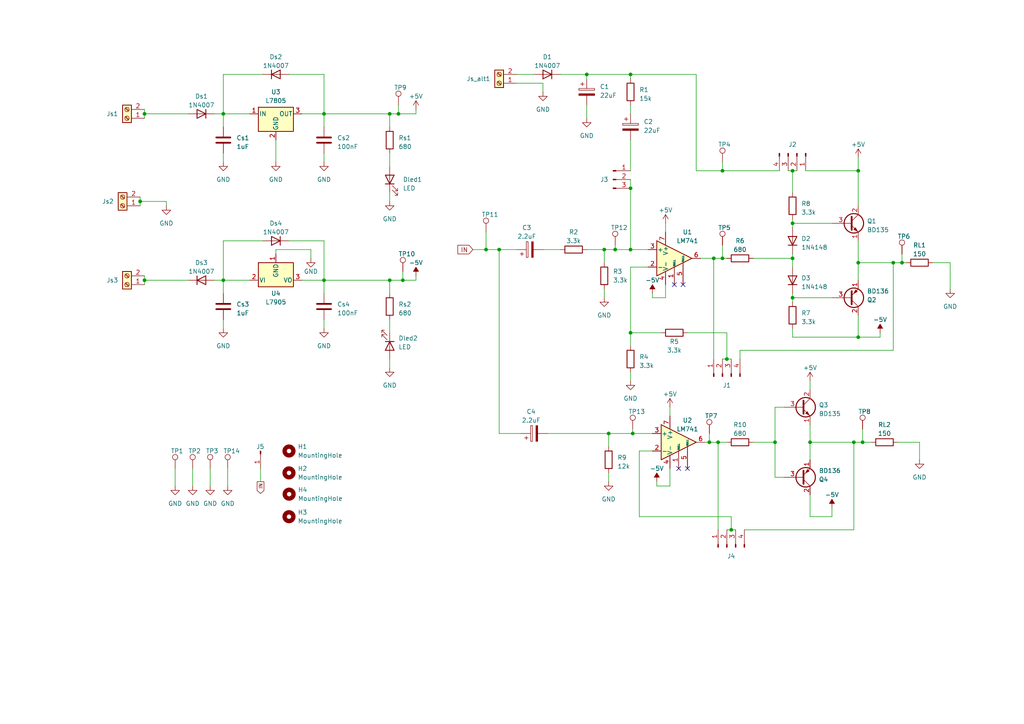
<source format=kicad_sch>
(kicad_sch (version 20230121) (generator eeschema)
  (paper "A4")
  (lib_symbols
    (symbol "Amplifier_Operational:LM741" (pin_names (offset 0.127))
      (property "Reference" "U" (at 0 6.35 0))
      (property "Value" "LM741" (at 0 3.81 0))
      (symbol "LM741_0_1"
        (polyline (pts (xy -5.08 5.08) (xy 5.08 0) (xy -5.08 -5.08) (xy -5.08 5.08)) (stroke (width 0.254)) (fill (type background)))
      )
      (symbol "LM741_1_1"
        (pin input line (at 0 -7.62 90) (length 5.08) (name "NULL") (number "1"))
        (pin input line (at -7.62 -2.54 0) (length 2.54) (name "-") (number "2"))
        (pin input line (at -7.62 2.54 0) (length 2.54) (name "+") (number "3"))
        (pin power_in line (at -2.54 -7.62 90) (length 3.81) (name "V-") (number "4"))
        (pin input line (at 2.54 -7.62 90) (length 6.35) (name "NULL") (number "5"))
        (pin output line (at 7.62 0 180) (length 2.54) (name "~") (number "6"))
        (pin power_in line (at -2.54 7.62 270) (length 3.81) (name "V+") (number "7"))
        (pin no_connect line (at 0 2.54 270) (length 2.54) hide (name "NC") (number "8"))
      )
    )
    (symbol "Connector:Conn_01x01_Male" (pin_names (offset 1.016) hide)
      (property "Reference" "J" (at 0 2.54 0))
      (property "Value" "Conn_01x01_Male" (at 0 -2.54 0))
      (symbol "Conn_01x01_Male_1_1"
        (polyline (pts (xy 1.27 0) (xy 0.8636 0)) (stroke (width 0.1524)))
        (rectangle (start 0.8636 0.127) (end 0 -0.127) (stroke (width 0.1524)) (fill (type outline)))
        (pin passive line (at 5.08 0 180) (length 3.81) (name "Pin_1") (number "1"))
      )
    )
    (symbol "Connector:Conn_01x03_Pin" (pin_names (offset 1.016) hide)
      (property "Reference" "J" (at 0 5.08 0))
      (property "Value" "Conn_01x03_Pin" (at 0 -5.08 0))
      (symbol "Conn_01x03_Pin_1_1"
        (polyline (pts (xy 1.27 -2.54) (xy 0.8636 -2.54)) (stroke (width 0.1524)))
        (polyline (pts (xy 1.27 0) (xy 0.8636 0)) (stroke (width 0.1524)))
        (polyline (pts (xy 1.27 2.54) (xy 0.8636 2.54)) (stroke (width 0.1524)))
        (rectangle (start 0.8636 -2.413) (end 0 -2.667) (stroke (width 0.1524)) (fill (type outline)))
        (rectangle (start 0.8636 0.127) (end 0 -0.127) (stroke (width 0.1524)) (fill (type outline)))
        (rectangle (start 0.8636 2.667) (end 0 2.413) (stroke (width 0.1524)) (fill (type outline)))
        (pin passive line (at 5.08 2.54 180) (length 3.81) (name "Pin_1") (number "1"))
        (pin passive line (at 5.08 0 180) (length 3.81) (name "Pin_2") (number "2"))
        (pin passive line (at 5.08 -2.54 180) (length 3.81) (name "Pin_3") (number "3"))
      )
    )
    (symbol "Connector:Conn_01x04_Pin" (pin_names (offset 1.016) hide)
      (property "Reference" "J" (at 0 5.08 0))
      (property "Value" "Conn_01x04_Pin" (at 0 -7.62 0))
      (symbol "Conn_01x04_Pin_1_1"
        (polyline (pts (xy 1.27 -5.08) (xy 0.8636 -5.08)) (stroke (width 0.1524)))
        (polyline (pts (xy 1.27 -2.54) (xy 0.8636 -2.54)) (stroke (width 0.1524)))
        (polyline (pts (xy 1.27 0) (xy 0.8636 0)) (stroke (width 0.1524)))
        (polyline (pts (xy 1.27 2.54) (xy 0.8636 2.54)) (stroke (width 0.1524)))
        (rectangle (start 0.8636 -4.953) (end 0 -5.207) (stroke (width 0.1524)) (fill (type outline)))
        (rectangle (start 0.8636 -2.413) (end 0 -2.667) (stroke (width 0.1524)) (fill (type outline)))
        (rectangle (start 0.8636 0.127) (end 0 -0.127) (stroke (width 0.1524)) (fill (type outline)))
        (rectangle (start 0.8636 2.667) (end 0 2.413) (stroke (width 0.1524)) (fill (type outline)))
        (pin passive line (at 5.08 2.54 180) (length 3.81) (name "Pin_1") (number "1"))
        (pin passive line (at 5.08 0 180) (length 3.81) (name "Pin_2") (number "2"))
        (pin passive line (at 5.08 -2.54 180) (length 3.81) (name "Pin_3") (number "3"))
        (pin passive line (at 5.08 -5.08 180) (length 3.81) (name "Pin_4") (number "4"))
      )
    )
    (symbol "Connector:Screw_Terminal_01x02" (pin_names (offset 1.016) hide)
      (property "Reference" "J" (at 0 2.54 0))
      (property "Value" "Screw_Terminal_01x02" (at 0 -5.08 0))
      (symbol "Screw_Terminal_01x02_1_1"
        (rectangle (start -1.27 1.27) (end 1.27 -3.81) (stroke (width 0.254)) (fill (type background)))
        (circle (center 0 -2.54) (radius 0.635) (stroke (width 0.1524)))
        (polyline (pts (xy -0.5334 -2.2098) (xy 0.3302 -3.048)) (stroke (width 0.1524)))
        (polyline (pts (xy -0.5334 0.3302) (xy 0.3302 -0.508)) (stroke (width 0.1524)))
        (polyline (pts (xy -0.3556 -2.032) (xy 0.508 -2.8702)) (stroke (width 0.1524)))
        (polyline (pts (xy -0.3556 0.508) (xy 0.508 -0.3302)) (stroke (width 0.1524)))
        (circle (center 0 0) (radius 0.635) (stroke (width 0.1524)))
        (pin passive line (at -5.08 0 0) (length 3.81) (name "Pin_1") (number "1"))
        (pin passive line (at -5.08 -2.54 0) (length 3.81) (name "Pin_2") (number "2"))
      )
    )
    (symbol "Connector:TestPoint" (pin_numbers hide) (pin_names (offset 0.762) hide)
      (property "Reference" "TP" (at 0 6.858 0))
      (property "Value" "TestPoint" (at 0 5.08 0))
      (symbol "TestPoint_0_1"
        (circle (center 0 3.302) (radius 0.762))
      )
      (symbol "TestPoint_1_1"
        (pin passive line (at 0 0 90) (length 2.54) (name "1") (number "1"))
      )
    )
    (symbol "Device:C" (pin_numbers hide) (pin_names (offset 0.254))
      (property "Reference" "C" (at 0.635 2.54 0))
      (property "Value" "C" (at 0.635 -2.54 0))
      (symbol "C_0_1"
        (polyline (pts (xy -2.032 -0.762) (xy 2.032 -0.762)) (stroke (width 0.508)))
        (polyline (pts (xy -2.032 0.762) (xy 2.032 0.762)) (stroke (width 0.508)))
      )
      (symbol "C_1_1"
        (pin passive line (at 0 3.81 270) (length 2.794) (name "~") (number "1"))
        (pin passive line (at 0 -3.81 90) (length 2.794) (name "~") (number "2"))
      )
    )
    (symbol "Device:C_Polarized" (pin_numbers hide) (pin_names (offset 0.254))
      (property "Reference" "C" (at 0.635 2.54 0))
      (property "Value" "C_Polarized" (at 0.635 -2.54 0))
      (symbol "C_Polarized_0_1"
        (rectangle (start -2.286 0.508) (end 2.286 1.016))
        (polyline (pts (xy -1.778 2.286) (xy -0.762 2.286)))
        (polyline (pts (xy -1.27 2.794) (xy -1.27 1.778)))
        (rectangle (start 2.286 -0.508) (end -2.286 -1.016) (fill (type outline)))
      )
      (symbol "C_Polarized_1_1"
        (pin passive line (at 0 3.81 270) (length 2.794) (name "~") (number "1"))
        (pin passive line (at 0 -3.81 90) (length 2.794) (name "~") (number "2"))
      )
    )
    (symbol "Device:LED" (pin_numbers hide) (pin_names (offset 1.016) hide)
      (property "Reference" "D" (at 0 2.54 0))
      (property "Value" "LED" (at 0 -2.54 0))
      (symbol "LED_0_1"
        (polyline (pts (xy -1.27 -1.27) (xy -1.27 1.27)) (stroke (width 0.254)))
        (polyline (pts (xy -1.27 0) (xy 1.27 0)))
        (polyline (pts (xy 1.27 -1.27) (xy 1.27 1.27) (xy -1.27 0) (xy 1.27 -1.27)) (stroke (width 0.254)))
        (polyline (pts (xy -3.048 -0.762) (xy -4.572 -2.286) (xy -3.81 -2.286) (xy -4.572 -2.286) (xy -4.572 -1.524)))
        (polyline (pts (xy -1.778 -0.762) (xy -3.302 -2.286) (xy -2.54 -2.286) (xy -3.302 -2.286) (xy -3.302 -1.524)))
      )
      (symbol "LED_1_1"
        (pin passive line (at -3.81 0 0) (length 2.54) (name "K") (number "1"))
        (pin passive line (at 3.81 0 180) (length 2.54) (name "A") (number "2"))
      )
    )
    (symbol "Device:R" (pin_numbers hide) (pin_names (offset 0))
      (property "Reference" "R" (at 2.032 0 90))
      (property "Value" "R" (at 0 0 90))
      (symbol "R_0_1"
        (rectangle (start -1.016 -2.54) (end 1.016 2.54) (stroke (width 0.254)))
      )
      (symbol "R_1_1"
        (pin passive line (at 0 3.81 270) (length 1.27) (name "~") (number "1"))
        (pin passive line (at 0 -3.81 90) (length 1.27) (name "~") (number "2"))
      )
    )
    (symbol "Diode:1N4007" (pin_numbers hide) (pin_names hide)
      (property "Reference" "D" (at 0 2.54 0))
      (property "Value" "1N4007" (at 0 -2.54 0))
      (symbol "1N4007_0_1"
        (polyline (pts (xy -1.27 1.27) (xy -1.27 -1.27)) (stroke (width 0.254)))
        (polyline (pts (xy 1.27 0) (xy -1.27 0)))
        (polyline (pts (xy 1.27 1.27) (xy 1.27 -1.27) (xy -1.27 0) (xy 1.27 1.27)) (stroke (width 0.254)))
      )
      (symbol "1N4007_1_1"
        (pin passive line (at -3.81 0 0) (length 2.54) (name "K") (number "1"))
        (pin passive line (at 3.81 0 180) (length 2.54) (name "A") (number "2"))
      )
    )
    (symbol "Diode:1N4148" (pin_numbers hide) (pin_names hide)
      (property "Reference" "D" (at 0 2.54 0))
      (property "Value" "1N4148" (at 0 -2.54 0))
      (symbol "1N4148_0_1"
        (polyline (pts (xy -1.27 1.27) (xy -1.27 -1.27)) (stroke (width 0.254)))
        (polyline (pts (xy 1.27 0) (xy -1.27 0)))
        (polyline (pts (xy 1.27 1.27) (xy 1.27 -1.27) (xy -1.27 0) (xy 1.27 1.27)) (stroke (width 0.254)))
      )
      (symbol "1N4148_1_1"
        (pin passive line (at -3.81 0 0) (length 2.54) (name "K") (number "1"))
        (pin passive line (at 3.81 0 180) (length 2.54) (name "A") (number "2"))
      )
    )
    (symbol "Mechanical:MountingHole" (pin_names (offset 1.016))
      (property "Reference" "H" (at 0 5.08 0))
      (property "Value" "MountingHole" (at 0 3.175 0))
      (symbol "MountingHole_0_1"
        (circle (center 0 0) (radius 1.27) (stroke (width 1.27)))
      )
    )
    (symbol "Regulator_Linear:L7805" (pin_names (offset 0.254))
      (property "Reference" "U" (at -3.81 3.175 0))
      (property "Value" "L7805" (at 0 3.175 0))
      (symbol "L7805_0_1"
        (rectangle (start -5.08 1.905) (end 5.08 -5.08) (stroke (width 0.254)) (fill (type background)))
      )
      (symbol "L7805_1_1"
        (pin power_in line (at -7.62 0 0) (length 2.54) (name "IN") (number "1"))
        (pin power_in line (at 0 -7.62 90) (length 2.54) (name "GND") (number "2"))
        (pin power_out line (at 7.62 0 180) (length 2.54) (name "OUT") (number "3"))
      )
    )
    (symbol "Regulator_Linear:L7905" (pin_names (offset 0.254))
      (property "Reference" "U" (at -3.81 -3.175 0))
      (property "Value" "L7905" (at 0 -3.175 0))
      (symbol "L7905_0_1"
        (rectangle (start -5.08 5.08) (end 5.08 -1.905) (stroke (width 0.254)) (fill (type background)))
      )
      (symbol "L7905_1_1"
        (pin power_in line (at 0 7.62 270) (length 2.54) (name "GND") (number "1"))
        (pin power_in line (at -7.62 0 0) (length 2.54) (name "VI") (number "2"))
        (pin power_out line (at 7.62 0 180) (length 2.54) (name "VO") (number "3"))
      )
    )
    (symbol "Transistor_BJT:BD135" (pin_names (offset 0) hide)
      (property "Reference" "Q" (at 5.08 1.905 0))
      (property "Value" "BD135" (at 5.08 0 0))
      (symbol "BD135_0_1"
        (polyline (pts (xy 0 0) (xy 0.635 0)))
        (polyline (pts (xy 2.54 -2.54) (xy 0.635 -0.635)))
        (polyline (pts (xy 2.54 2.54) (xy 0.635 0.635)))
        (polyline (pts (xy 0.635 1.905) (xy 0.635 -1.905) (xy 0.635 -1.905)) (stroke (width 0.508)) (fill (type outline)))
        (polyline (pts (xy 1.2446 -1.778) (xy 1.7526 -1.27) (xy 2.286 -2.286) (xy 1.2446 -1.778) (xy 1.2446 -1.778)) (fill (type outline)))
        (circle (center 1.27 0) (radius 2.8194) (stroke (width 0.3048)))
      )
      (symbol "BD135_1_1"
        (pin passive line (at 2.54 -5.08 90) (length 2.54) (name "E") (number "1"))
        (pin passive line (at 2.54 5.08 270) (length 2.54) (name "C") (number "2"))
        (pin input line (at -5.08 0 0) (length 5.08) (name "B") (number "3"))
      )
    )
    (symbol "Transistor_BJT:BD136" (pin_names (offset 0) hide)
      (property "Reference" "Q" (at 5.08 1.905 0))
      (property "Value" "BD136" (at 5.08 0 0))
      (symbol "BD136_0_1"
        (polyline (pts (xy 0 0) (xy 0.635 0)))
        (polyline (pts (xy 2.54 -2.54) (xy 0.635 -0.635)))
        (polyline (pts (xy 2.54 2.54) (xy 0.635 0.635)))
        (polyline (pts (xy 0.635 1.905) (xy 0.635 -1.905) (xy 0.635 -1.905)) (stroke (width 0.508)) (fill (type outline)))
        (polyline (pts (xy 1.778 -2.286) (xy 2.286 -1.778) (xy 1.27 -1.27) (xy 1.778 -2.286) (xy 1.778 -2.286)) (fill (type outline)))
        (circle (center 1.27 0) (radius 2.8194) (stroke (width 0.3048)))
      )
      (symbol "BD136_1_1"
        (pin passive line (at 2.54 -5.08 90) (length 2.54) (name "E") (number "1"))
        (pin passive line (at 2.54 5.08 270) (length 2.54) (name "C") (number "2"))
        (pin input line (at -5.08 0 0) (length 5.08) (name "B") (number "3"))
      )
    )
    (symbol "power:+5V" (power) (pin_names (offset 0))
      (property "Value" "+5V" (at 0 3.556 0))
      (symbol "+5V_0_1"
        (polyline (pts (xy -0.762 1.27) (xy 0 2.54)))
        (polyline (pts (xy 0 0) (xy 0 2.54)))
        (polyline (pts (xy 0 2.54) (xy 0.762 1.27)))
      )
      (symbol "+5V_1_1"
        (pin power_in line (at 0 0 90) (length 0) hide (name "+5V") (number "1"))
      )
    )
    (symbol "power:-5V" (power) (pin_names (offset 0))
      (property "Value" "-5V" (at 0 3.81 0))
      (symbol "-5V_0_0"
        (pin power_in line (at 0 0 90) (length 0) hide (name "-5V") (number "1"))
      )
      (symbol "-5V_0_1"
        (polyline (pts (xy 0 0) (xy 0 1.27) (xy 0.762 1.27) (xy 0 2.54) (xy -0.762 1.27) (xy 0 1.27)) (fill (type outline)))
      )
    )
    (symbol "power:GND" (power) (pin_names (offset 0))
      (property "Value" "GND" (at 0 -3.81 0))
      (symbol "GND_0_1"
        (polyline (pts (xy 0 0) (xy 0 -1.27) (xy 1.27 -1.27) (xy 0 -2.54) (xy -1.27 -1.27) (xy 0 -1.27)))
      )
      (symbol "GND_1_1"
        (pin power_in line (at 0 0 270) (length 0) hide (name "GND") (number "1"))
      )
    )
  )
  (junction (at 182.88 54.61))
  (junction (at 209.55 74.93))
  (junction (at 247.65 128.27))
  (junction (at 144.78 72.39))
  (junction (at 248.92 97.79))
  (junction (at 64.77 33.02))
  (junction (at 250.19 128.27))
  (junction (at 229.87 74.93))
  (junction (at 205.74 128.27))
  (junction (at 115.57 33.02))
  (junction (at 234.95 128.27))
  (junction (at 248.92 49.53))
  (junction (at 182.88 21.59))
  (junction (at 178.435 72.39))
  (junction (at 93.98 33.02))
  (junction (at 176.53 125.73))
  (junction (at 210.82 104.14))
  (junction (at 41.91 33.02))
  (junction (at 229.87 64.77))
  (junction (at 175.26 72.39))
  (junction (at 41.91 81.28))
  (junction (at 208.28 128.27))
  (junction (at 229.87 86.36))
  (junction (at 113.03 81.28))
  (junction (at 207.01 74.93))
  (junction (at 229.87 49.53))
  (junction (at 261.62 76.2))
  (junction (at 93.98 81.28))
  (junction (at 113.03 33.02))
  (junction (at 209.55 49.53))
  (junction (at 64.77 81.28))
  (junction (at 224.79 128.27))
  (junction (at 248.92 76.2))
  (junction (at 212.09 153.67))
  (junction (at 183.515 125.73))
  (junction (at 40.64 58.42))
  (junction (at 116.84 81.28))
  (junction (at 182.88 72.39))
  (junction (at 140.97 72.39))
  (junction (at 259.08 76.2))
  (junction (at 170.18 21.59))
  (junction (at 182.88 96.52))
  (no_connect (at 199.39 135.89))
  (no_connect (at 198.12 82.55))
  (no_connect (at 196.85 135.89))
  (no_connect (at 195.58 82.55))
  (wire (pts (xy 137.16 72.39) (xy 140.97 72.39)))
  (wire (pts (xy 140.97 72.39) (xy 144.78 72.39)))
  (wire (pts (xy 113.03 85.09) (xy 113.03 81.28)))
  (wire (pts (xy 255.27 96.52) (xy 255.27 97.79)))
  (wire (pts (xy 50.8 135.89) (xy 50.8 140.97)))
  (wire (pts (xy 261.62 73.66) (xy 261.62 76.2)))
  (wire (pts (xy 80.01 40.64) (xy 80.01 46.99)))
  (wire (pts (xy 201.93 21.59) (xy 182.88 21.59)))
  (wire (pts (xy 90.17 72.39) (xy 90.17 74.93)))
  (wire (pts (xy 178.435 72.39) (xy 182.88 72.39)))
  (wire (pts (xy 83.82 69.85) (xy 93.98 69.85)))
  (wire (pts (xy 175.26 83.82) (xy 175.26 86.36)))
  (wire (pts (xy 83.82 21.59) (xy 93.98 21.59)))
  (wire (pts (xy 205.74 125.73) (xy 205.74 128.27)))
  (wire (pts (xy 189.23 85.09) (xy 189.23 86.36)))
  (wire (pts (xy 182.88 54.61) (xy 182.88 72.39)))
  (wire (pts (xy 64.77 36.83) (xy 64.77 33.02)))
  (wire (pts (xy 209.55 49.53) (xy 201.93 49.53)))
  (wire (pts (xy 64.77 21.59) (xy 76.2 21.59)))
  (wire (pts (xy 194.31 140.97) (xy 194.31 135.89)))
  (wire (pts (xy 248.92 49.53) (xy 248.92 59.69)))
  (wire (pts (xy 144.78 72.39) (xy 149.86 72.39)))
  (wire (pts (xy 64.77 33.02) (xy 64.77 21.59)))
  (wire (pts (xy 113.03 44.45) (xy 113.03 48.26)))
  (wire (pts (xy 209.55 46.99) (xy 209.55 49.53)))
  (wire (pts (xy 212.09 153.67) (xy 213.36 153.67)))
  (wire (pts (xy 113.03 33.02) (xy 115.57 33.02)))
  (wire (pts (xy 113.03 36.83) (xy 113.03 33.02)))
  (wire (pts (xy 64.77 81.28) (xy 72.39 81.28)))
  (wire (pts (xy 175.26 72.39) (xy 178.435 72.39)))
  (wire (pts (xy 75.565 135.89) (xy 75.565 139.7)))
  (wire (pts (xy 182.88 21.59) (xy 182.88 22.86)))
  (wire (pts (xy 212.09 149.86) (xy 212.09 153.67)))
  (wire (pts (xy 64.77 44.45) (xy 64.77 46.99)))
  (wire (pts (xy 194.31 118.11) (xy 194.31 120.65)))
  (wire (pts (xy 234.95 128.27) (xy 234.95 133.35)))
  (wire (pts (xy 209.55 74.93) (xy 210.82 74.93)))
  (wire (pts (xy 64.77 33.02) (xy 72.39 33.02)))
  (wire (pts (xy 187.96 77.47) (xy 182.88 77.47)))
  (wire (pts (xy 157.48 72.39) (xy 162.56 72.39)))
  (wire (pts (xy 120.65 80.01) (xy 120.65 81.28)))
  (wire (pts (xy 207.01 74.93) (xy 209.55 74.93)))
  (wire (pts (xy 41.91 33.02) (xy 41.91 34.29)))
  (wire (pts (xy 229.87 86.36) (xy 229.87 87.63)))
  (wire (pts (xy 80.01 72.39) (xy 90.17 72.39)))
  (wire (pts (xy 247.65 153.67) (xy 247.65 128.27)))
  (wire (pts (xy 64.77 92.71) (xy 64.77 95.25)))
  (wire (pts (xy 175.26 72.39) (xy 175.26 76.2)))
  (wire (pts (xy 201.93 49.53) (xy 201.93 21.59)))
  (wire (pts (xy 182.88 52.07) (xy 182.88 54.61)))
  (wire (pts (xy 248.92 45.72) (xy 248.92 49.53)))
  (wire (pts (xy 151.13 125.73) (xy 144.78 125.73)))
  (wire (pts (xy 116.84 78.74) (xy 116.84 81.28)))
  (wire (pts (xy 193.04 86.36) (xy 193.04 82.55)))
  (wire (pts (xy 182.88 96.52) (xy 182.88 100.33)))
  (wire (pts (xy 182.88 40.64) (xy 182.88 49.53)))
  (wire (pts (xy 120.65 33.02) (xy 120.65 31.75)))
  (wire (pts (xy 203.2 74.93) (xy 207.01 74.93)))
  (wire (pts (xy 64.77 69.85) (xy 64.77 81.28)))
  (wire (pts (xy 93.98 21.59) (xy 93.98 33.02)))
  (wire (pts (xy 229.87 86.36) (xy 241.3 86.36)))
  (wire (pts (xy 229.87 95.25) (xy 229.87 97.79)))
  (wire (pts (xy 218.44 74.93) (xy 229.87 74.93)))
  (wire (pts (xy 176.53 125.73) (xy 176.53 129.54)))
  (wire (pts (xy 234.95 128.27) (xy 247.65 128.27)))
  (wire (pts (xy 62.23 33.02) (xy 64.77 33.02)))
  (wire (pts (xy 40.64 59.69) (xy 40.64 58.42)))
  (wire (pts (xy 229.87 64.77) (xy 241.3 64.77)))
  (wire (pts (xy 229.87 74.93) (xy 229.87 77.47)))
  (wire (pts (xy 170.18 30.48) (xy 170.18 34.29)))
  (wire (pts (xy 224.79 118.11) (xy 224.79 128.27)))
  (wire (pts (xy 204.47 128.27) (xy 205.74 128.27)))
  (wire (pts (xy 93.98 92.71) (xy 93.98 95.25)))
  (wire (pts (xy 185.42 149.86) (xy 212.09 149.86)))
  (wire (pts (xy 208.28 128.27) (xy 208.28 153.67)))
  (wire (pts (xy 191.77 96.52) (xy 182.88 96.52)))
  (wire (pts (xy 113.03 55.88) (xy 113.03 58.42)))
  (wire (pts (xy 93.98 33.02) (xy 93.98 36.83)))
  (wire (pts (xy 93.98 33.02) (xy 87.63 33.02)))
  (wire (pts (xy 48.26 59.69) (xy 48.26 58.42)))
  (wire (pts (xy 275.59 83.82) (xy 275.59 76.2)))
  (wire (pts (xy 207.01 74.93) (xy 207.01 104.14)))
  (wire (pts (xy 185.42 130.81) (xy 189.23 130.81)))
  (wire (pts (xy 234.95 123.19) (xy 234.95 128.27)))
  (wire (pts (xy 41.91 81.28) (xy 41.91 82.55)))
  (wire (pts (xy 185.42 149.86) (xy 185.42 130.81)))
  (wire (pts (xy 248.92 76.2) (xy 248.92 81.28)))
  (wire (pts (xy 205.74 128.27) (xy 208.28 128.27)))
  (wire (pts (xy 176.53 137.16) (xy 176.53 139.7)))
  (wire (pts (xy 259.08 76.2) (xy 259.08 101.6)))
  (wire (pts (xy 233.68 49.53) (xy 248.92 49.53)))
  (wire (pts (xy 162.56 21.59) (xy 170.18 21.59)))
  (wire (pts (xy 41.91 31.75) (xy 41.91 33.02)))
  (wire (pts (xy 120.65 81.28) (xy 116.84 81.28)))
  (wire (pts (xy 182.88 72.39) (xy 187.96 72.39)))
  (wire (pts (xy 41.91 33.02) (xy 54.61 33.02)))
  (wire (pts (xy 182.88 30.48) (xy 182.88 33.02)))
  (wire (pts (xy 209.55 71.12) (xy 209.55 74.93)))
  (wire (pts (xy 48.26 58.42) (xy 40.64 58.42)))
  (wire (pts (xy 214.63 104.14) (xy 214.63 101.6)))
  (wire (pts (xy 93.98 81.28) (xy 93.98 85.09)))
  (wire (pts (xy 210.82 104.14) (xy 212.09 104.14)))
  (wire (pts (xy 62.23 81.28) (xy 64.77 81.28)))
  (wire (pts (xy 113.03 92.71) (xy 113.03 96.52)))
  (wire (pts (xy 140.97 67.31) (xy 140.97 72.39)))
  (wire (pts (xy 170.18 21.59) (xy 182.88 21.59)))
  (wire (pts (xy 144.78 125.73) (xy 144.78 72.39)))
  (wire (pts (xy 275.59 76.2) (xy 270.51 76.2)))
  (wire (pts (xy 80.01 73.66) (xy 80.01 72.39)))
  (wire (pts (xy 224.79 128.27) (xy 224.79 138.43)))
  (wire (pts (xy 229.87 64.77) (xy 229.87 66.04)))
  (wire (pts (xy 248.92 69.85) (xy 248.92 76.2)))
  (wire (pts (xy 247.65 128.27) (xy 250.19 128.27)))
  (wire (pts (xy 190.5 140.97) (xy 194.31 140.97)))
  (wire (pts (xy 113.03 104.14) (xy 113.03 106.68)))
  (wire (pts (xy 93.98 44.45) (xy 93.98 46.99)))
  (wire (pts (xy 190.5 139.7) (xy 190.5 140.97)))
  (wire (pts (xy 215.9 153.67) (xy 247.65 153.67)))
  (wire (pts (xy 64.77 69.85) (xy 76.2 69.85)))
  (wire (pts (xy 115.57 33.02) (xy 120.65 33.02)))
  (wire (pts (xy 208.28 128.27) (xy 210.82 128.27)))
  (wire (pts (xy 157.48 24.13) (xy 149.86 24.13)))
  (wire (pts (xy 183.515 124.46) (xy 183.515 125.73)))
  (wire (pts (xy 241.3 149.86) (xy 234.95 149.86)))
  (wire (pts (xy 234.95 149.86) (xy 234.95 143.51)))
  (wire (pts (xy 229.87 49.53) (xy 231.14 49.53)))
  (wire (pts (xy 157.48 26.67) (xy 157.48 24.13)))
  (wire (pts (xy 170.18 21.59) (xy 170.18 22.86)))
  (wire (pts (xy 60.96 135.89) (xy 60.96 140.97)))
  (wire (pts (xy 182.88 77.47) (xy 182.88 96.52)))
  (wire (pts (xy 209.55 104.14) (xy 210.82 104.14)))
  (wire (pts (xy 229.87 97.79) (xy 248.92 97.79)))
  (wire (pts (xy 241.3 147.32) (xy 241.3 149.86)))
  (wire (pts (xy 248.92 97.79) (xy 248.92 91.44)))
  (wire (pts (xy 259.08 76.2) (xy 261.62 76.2)))
  (wire (pts (xy 199.39 96.52) (xy 210.82 96.52)))
  (wire (pts (xy 113.03 33.02) (xy 93.98 33.02)))
  (wire (pts (xy 55.88 135.89) (xy 55.88 140.97)))
  (wire (pts (xy 66.04 135.89) (xy 66.04 140.97)))
  (wire (pts (xy 250.19 128.27) (xy 252.73 128.27)))
  (wire (pts (xy 248.92 76.2) (xy 259.08 76.2)))
  (wire (pts (xy 210.82 96.52) (xy 210.82 104.14)))
  (wire (pts (xy 229.87 63.5) (xy 229.87 64.77)))
  (wire (pts (xy 261.62 76.2) (xy 262.89 76.2)))
  (wire (pts (xy 93.98 69.85) (xy 93.98 81.28)))
  (wire (pts (xy 113.03 81.28) (xy 93.98 81.28)))
  (wire (pts (xy 182.88 107.95) (xy 182.88 110.49)))
  (wire (pts (xy 170.18 72.39) (xy 175.26 72.39)))
  (wire (pts (xy 183.515 125.73) (xy 189.23 125.73)))
  (wire (pts (xy 214.63 101.6) (xy 259.08 101.6)))
  (wire (pts (xy 266.7 128.27) (xy 260.35 128.27)))
  (wire (pts (xy 227.33 118.11) (xy 224.79 118.11)))
  (wire (pts (xy 229.87 49.53) (xy 229.87 55.88)))
  (wire (pts (xy 250.19 124.46) (xy 250.19 128.27)))
  (wire (pts (xy 193.04 64.77) (xy 193.04 67.31)))
  (wire (pts (xy 234.95 110.49) (xy 234.95 113.03)))
  (wire (pts (xy 176.53 125.73) (xy 183.515 125.73)))
  (wire (pts (xy 218.44 128.27) (xy 224.79 128.27)))
  (wire (pts (xy 178.435 71.12) (xy 178.435 72.39)))
  (wire (pts (xy 210.82 153.67) (xy 212.09 153.67)))
  (wire (pts (xy 115.57 30.48) (xy 115.57 33.02)))
  (wire (pts (xy 158.75 125.73) (xy 176.53 125.73)))
  (wire (pts (xy 87.63 81.28) (xy 93.98 81.28)))
  (wire (pts (xy 149.86 21.59) (xy 154.94 21.59)))
  (wire (pts (xy 229.87 73.66) (xy 229.87 74.93)))
  (wire (pts (xy 41.91 81.28) (xy 54.61 81.28)))
  (wire (pts (xy 41.91 80.01) (xy 41.91 81.28)))
  (wire (pts (xy 229.87 85.09) (xy 229.87 86.36)))
  (wire (pts (xy 64.77 85.09) (xy 64.77 81.28)))
  (wire (pts (xy 255.27 97.79) (xy 248.92 97.79)))
  (wire (pts (xy 116.84 81.28) (xy 113.03 81.28)))
  (wire (pts (xy 224.79 138.43) (xy 227.33 138.43)))
  (wire (pts (xy 228.6 49.53) (xy 229.87 49.53)))
  (wire (pts (xy 40.64 58.42) (xy 40.64 57.15)))
  (wire (pts (xy 189.23 86.36) (xy 193.04 86.36)))
  (wire (pts (xy 266.7 133.35) (xy 266.7 128.27)))
  (wire (pts (xy 226.06 49.53) (xy 209.55 49.53)))
  (global_label "IN" (shape output) (at 75.565 139.7 270) (effects (font (size 1 1))) (property "Intersheetrefs" "${INTERSHEET_REFS}" (effects hide)))
  (global_label "IN" (shape input) (at 137.16 72.39 180) (property "Intersheetrefs" "${INTERSHEET_REFS}" (effects hide)))
  (symbol (lib_id "Device:R") (at 176.53 133.35 0) (unit 1)
    (property "Reference" "R9" (at 179.07 132.715 0) (effects (justify left)))
    (property "Value" "12k" (at 179.07 135.255 0) (effects (justify left)))
    (property "Footprint" "Resistor_THT:R_Axial_DIN0207_L6.3mm_D2.5mm_P10.16mm_Horizontal" (effects hide))
  )
  (symbol (lib_id "Diode:1N4007") (at 80.01 21.59 0) (unit 1)
    (property "Reference" "Ds2" (at 80.01 16.51 0))
    (property "Value" "1N4007" (at 80.01 19.05 0))
    (property "Footprint" "Diode_THT:D_DO-41_SOD81_P10.16mm_Horizontal" (effects hide))
    (property "Datasheet" "http://www.vishay.com/docs/88503/1n4001.pdf" (effects hide))
    (property "Sim.Device" "D" (effects hide))
    (property "Sim.Pins" "1=K 2=A" (effects hide))
  )
  (symbol (lib_id "Transistor_BJT:BD135") (at 246.38 64.77 0) (unit 1)
    (property "Reference" "Q1" (at 251.46 64.135 0) (effects (justify left)))
    (property "Value" "BD135" (at 251.46 66.675 0) (effects (justify left)))
    (property "Footprint" "Package_TO_SOT_THT:TO-126-3_Vertical" (effects hide))
    (property "Datasheet" "http://www.st.com/internet/com/TECHNICAL_RESOURCES/TECHNICAL_LITERATURE/DATASHEET/CD00001225.pdf" (effects hide))
  )
  (symbol (lib_id "power:GND") (at 66.04 140.97 0) (unit 1)
    (property "Reference" "#PWR030" (effects hide))
    (property "Value" "GND" (at 66.04 146.05 0))
  )
  (symbol (lib_id "Amplifier_Operational:LM741") (at 196.85 128.27 0) (unit 1)
    (property "Reference" "U2" (at 199.39 121.92 0))
    (property "Value" "LM741" (at 199.39 124.46 0))
    (property "Footprint" "Package_DIP:DIP-8_W7.62mm" (effects hide))
    (property "Datasheet" "http://www.ti.com/lit/ds/symlink/lm741.pdf" (effects hide))
  )
  (symbol (lib_id "power:GND") (at 176.53 139.7 0) (unit 1)
    (property "Reference" "#PWR017" (effects hide))
    (property "Value" "GND" (at 176.53 144.78 0))
  )
  (symbol (lib_id "Device:R") (at 229.87 91.44 180) (unit 1)
    (property "Reference" "R7" (at 232.41 90.805 0) (effects (justify right)))
    (property "Value" "3.3k" (at 232.41 93.345 0) (effects (justify right)))
    (property "Footprint" "Resistor_THT:R_Axial_DIN0207_L6.3mm_D2.5mm_P10.16mm_Horizontal" (effects hide))
  )
  (symbol (lib_id "Connector:Conn_01x04_Pin") (at 231.14 44.45 270) (unit 1)
    (property "Reference" "J2" (at 229.87 41.91 90))
    (property "Value" "Conn_01x04_Pin" (effects hide))
    (property "Footprint" "Connector_PinHeader_2.54mm:PinHeader_1x04_P2.54mm_Vertical" (effects hide))
  )
  (symbol (lib_id "power:-5V") (at 190.5 139.7 0) (unit 1)
    (property "Reference" "#PWR014" (effects hide))
    (property "Value" "-5V" (at 190.5 135.89 0))
  )
  (symbol (lib_id "Device:C") (at 93.98 88.9 0) (unit 1)
    (property "Reference" "Cs4" (at 97.79 88.265 0) (effects (justify left)))
    (property "Value" "100nF" (at 97.79 90.805 0) (effects (justify left)))
    (property "Footprint" "Capacitor_THT:C_Disc_D6.0mm_W2.5mm_P5.00mm" (effects hide))
  )
  (symbol (lib_id "power:GND") (at 170.18 34.29 0) (unit 1)
    (property "Reference" "#PWR018" (effects hide))
    (property "Value" "GND" (at 170.18 39.37 0))
  )
  (symbol (lib_id "Connector:TestPoint") (at 140.97 67.31 0) (unit 1)
    (property "Reference" "TP11" (at 139.7 62.23 0) (effects (justify left)))
    (property "Value" "TestPoint" (effects hide))
    (property "Footprint" "User_Footprint:Kesytone TP Multipurpose 5013" (effects hide))
  )
  (symbol (lib_id "Diode:1N4148") (at 229.87 81.28 90) (unit 1)
    (property "Reference" "D3" (at 232.41 80.645 90) (effects (justify right)))
    (property "Value" "1N4148" (at 232.41 83.185 90) (effects (justify right)))
    (property "Footprint" "Diode_THT:D_DO-35_SOD27_P7.62mm_Horizontal" (effects hide))
    (property "Datasheet" "https://assets.nexperia.com/documents/data-sheet/1N4148_1N4448.pdf" (effects hide))
    (property "Sim.Device" "D" (effects hide))
    (property "Sim.Pins" "1=K 2=A" (effects hide))
  )
  (symbol (lib_id "power:+5V") (at 234.95 110.49 0) (unit 1)
    (property "Reference" "#PWR024" (effects hide))
    (property "Value" "+5V" (at 234.95 106.68 0))
  )
  (symbol (lib_id "Device:R") (at 266.7 76.2 90) (unit 1)
    (property "Reference" "RL1" (at 266.7 71.12 90))
    (property "Value" "150" (at 266.7 73.66 90))
    (property "Footprint" "Resistor_THT:R_Axial_DIN0207_L6.3mm_D2.5mm_P10.16mm_Horizontal" (effects hide))
  )
  (symbol (lib_id "Connector:TestPoint") (at 183.515 124.46 0) (unit 1)
    (property "Reference" "TP13" (at 182.245 119.38 0) (effects (justify left)))
    (property "Value" "TestPoint" (effects hide))
    (property "Footprint" "User_Footprint:Kesytone TP Multipurpose 5013" (effects hide))
  )
  (symbol (lib_id "Mechanical:MountingHole") (at 83.82 149.86 0) (unit 1)
    (property "Reference" "H3" (at 86.36 148.5899 0) (effects (justify left)))
    (property "Value" "MountingHole" (at 86.36 151.1299 0) (effects (justify left)))
    (property "Footprint" "MountingHole:MountingHole_3.2mm_M3_ISO7380_Pad_TopBottom" (effects hide))
  )
  (symbol (lib_id "power:GND") (at 175.26 86.36 0) (unit 1)
    (property "Reference" "#PWR016" (effects hide))
    (property "Value" "GND" (at 175.26 91.44 0))
  )
  (symbol (lib_id "power:+5V") (at 193.04 64.77 0) (unit 1)
    (property "Reference" "#PWR011" (effects hide))
    (property "Value" "+5V" (at 193.04 60.96 0))
  )
  (symbol (lib_id "power:GND") (at 48.26 59.69 0) (unit 1)
    (property "Reference" "#PWR012" (effects hide))
    (property "Value" "GND" (at 48.26 64.77 0))
  )
  (symbol (lib_id "Device:R") (at 166.37 72.39 270) (unit 1)
    (property "Reference" "R2" (at 166.37 67.31 90))
    (property "Value" "3.3k" (at 166.37 69.85 90))
    (property "Footprint" "Resistor_THT:R_Axial_DIN0207_L6.3mm_D2.5mm_P10.16mm_Horizontal" (effects hide))
  )
  (symbol (lib_id "Device:R") (at 195.58 96.52 90) (unit 1)
    (property "Reference" "R5" (at 195.58 99.06 90))
    (property "Value" "3.3k" (at 195.58 101.6 90))
    (property "Footprint" "Resistor_THT:R_Axial_DIN0207_L6.3mm_D2.5mm_P10.16mm_Horizontal" (effects hide))
  )
  (symbol (lib_id "Connector:Conn_01x04_Pin") (at 210.82 158.75 90) (unit 1)
    (property "Reference" "J4" (at 212.09 161.29 90))
    (property "Value" "Conn_01x04_Pin" (effects hide))
    (property "Footprint" "Connector_PinHeader_2.54mm:PinHeader_1x04_P2.54mm_Vertical" (effects hide))
  )
  (symbol (lib_id "Device:C_Polarized") (at 170.18 26.67 0) (unit 1)
    (property "Reference" "C1" (at 173.99 25.146 0) (effects (justify left)))
    (property "Value" "22uF" (at 173.99 27.686 0) (effects (justify left)))
    (property "Footprint" "Capacitor_THT:CP_Radial_D6.3mm_P2.50mm" (effects hide))
  )
  (symbol (lib_id "Connector:TestPoint") (at 261.62 73.66 0) (unit 1)
    (property "Reference" "TP6" (at 260.35 68.58 0) (effects (justify left)))
    (property "Value" "TestPoint" (effects hide))
    (property "Footprint" "User_Footprint:Kesytone TP Multipurpose 5013" (effects hide))
  )
  (symbol (lib_id "Connector:Conn_01x04_Pin") (at 209.55 109.22 90) (unit 1)
    (property "Reference" "J1" (at 210.82 111.76 90))
    (property "Value" "Conn_01x04_Pin" (effects hide))
    (property "Footprint" "Connector_PinHeader_2.54mm:PinHeader_1x04_P2.54mm_Vertical" (effects hide))
  )
  (symbol (lib_id "Connector:TestPoint") (at 60.96 135.89 0) (unit 1)
    (property "Reference" "TP3" (at 59.69 130.81 0) (effects (justify left)))
    (property "Value" "TestPoint" (effects hide))
    (property "Footprint" "User_Footprint:TestPoint" (effects hide))
  )
  (symbol (lib_id "power:GND") (at 93.98 95.25 0) (unit 1)
    (property "Reference" "#PWR07" (effects hide))
    (property "Value" "GND" (at 93.98 100.33 0))
  )
  (symbol (lib_id "power:GND") (at 80.01 46.99 0) (unit 1)
    (property "Reference" "#PWR01" (effects hide))
    (property "Value" "GND" (at 80.01 52.07 0))
  )
  (symbol (lib_id "Connector:TestPoint") (at 50.8 135.89 0) (unit 1)
    (property "Reference" "TP1" (at 49.53 130.81 0) (effects (justify left)))
    (property "Value" "TestPoint" (effects hide))
    (property "Footprint" "User_Footprint:TestPoint" (effects hide))
  )
  (symbol (lib_id "Device:C_Polarized") (at 153.67 72.39 90) (unit 1)
    (property "Reference" "C3" (at 152.781 66.04 90))
    (property "Value" "2.2uF" (at 152.781 68.58 90))
    (property "Footprint" "Capacitor_THT:C_Radial_D5.0mm_H11.0mm_P2.00mm" (effects hide))
  )
  (symbol (lib_id "Connector:TestPoint") (at 178.435 71.12 0) (unit 1)
    (property "Reference" "TP12" (at 177.165 66.04 0) (effects (justify left)))
    (property "Value" "TestPoint" (effects hide))
    (property "Footprint" "User_Footprint:Kesytone TP Multipurpose 5013" (effects hide))
  )
  (symbol (lib_id "Connector:TestPoint") (at 116.84 78.74 0) (unit 1)
    (property "Reference" "TP10" (at 115.57 73.66 0) (effects (justify left)))
    (property "Value" "TestPoint" (effects hide))
    (property "Footprint" "User_Footprint:Kesytone TP Multipurpose 5013" (effects hide))
  )
  (symbol (lib_id "power:GND") (at 93.98 46.99 0) (unit 1)
    (property "Reference" "#PWR04" (effects hide))
    (property "Value" "GND" (at 93.98 52.07 0))
  )
  (symbol (lib_id "power:-5V") (at 255.27 96.52 0) (unit 1)
    (property "Reference" "#PWR021" (effects hide))
    (property "Value" "-5V" (at 255.27 92.71 0))
  )
  (symbol (lib_id "power:GND") (at 266.7 133.35 0) (unit 1)
    (property "Reference" "#PWR026" (effects hide))
    (property "Value" "GND" (at 266.7 138.43 0))
  )
  (symbol (lib_id "power:GND") (at 275.59 83.82 0) (unit 1)
    (property "Reference" "#PWR022" (effects hide))
    (property "Value" "GND" (at 275.59 88.9 0))
  )
  (symbol (lib_id "Device:LED") (at 113.03 100.33 270) (unit 1)
    (property "Reference" "Dled2" (at 115.57 98.1075 90) (effects (justify left)))
    (property "Value" "LED" (at 115.57 100.6475 90) (effects (justify left)))
    (property "Footprint" "LED_THT:LED_D5.0mm" (effects hide))
  )
  (symbol (lib_id "Connector:TestPoint") (at 250.19 124.46 0) (unit 1)
    (property "Reference" "TP8" (at 248.92 119.38 0) (effects (justify left)))
    (property "Value" "TestPoint" (effects hide))
    (property "Footprint" "User_Footprint:Kesytone TP Multipurpose 5013" (effects hide))
  )
  (symbol (lib_id "Connector:TestPoint") (at 205.74 125.73 0) (unit 1)
    (property "Reference" "TP7" (at 204.47 120.65 0) (effects (justify left)))
    (property "Value" "TestPoint" (effects hide))
    (property "Footprint" "User_Footprint:Kesytone TP Multipurpose 5013" (effects hide))
  )
  (symbol (lib_id "power:+5V") (at 248.92 45.72 0) (unit 1)
    (property "Reference" "#PWR020" (effects hide))
    (property "Value" "+5V" (at 248.92 41.91 0))
  )
  (symbol (lib_id "Connector:Screw_Terminal_01x02") (at 35.56 59.69 180) (unit 1)
    (property "Reference" "Js2" (at 33.02 58.42 0) (effects (justify left)))
    (property "Value" "Screw_Terminal_01x02" (effects hide))
    (property "Footprint" "TerminalBlock_Phoenix:TerminalBlock_Phoenix_MKDS-1,5-2_1x02_P5.00mm_Horizontal" (effects hide))
  )
  (symbol (lib_id "Regulator_Linear:L7805") (at 80.01 33.02 0) (unit 1)
    (property "Reference" "U3" (at 80.01 26.67 0))
    (property "Value" "L7805" (at 80.01 29.21 0))
    (property "Footprint" "Package_TO_SOT_THT:TO-220-3_Vertical" (effects hide))
    (property "Datasheet" "http://www.st.com/content/ccc/resource/technical/document/datasheet/41/4f/b3/b0/12/d4/47/88/CD00000444.pdf/files/CD00000444.pdf/jcr:content/translations/en.CD00000444.pdf" (effects hide))
  )
  (symbol (lib_id "Connector:Screw_Terminal_01x02") (at 36.83 34.29 180) (unit 1)
    (property "Reference" "Js1" (at 34.29 33.02 0) (effects (justify left)))
    (property "Value" "Screw_Terminal_01x02" (effects hide))
    (property "Footprint" "TerminalBlock_Phoenix:TerminalBlock_Phoenix_MKDS-1,5-2_1x02_P5.00mm_Horizontal" (effects hide))
  )
  (symbol (lib_id "power:+5V") (at 194.31 118.11 0) (unit 1)
    (property "Reference" "#PWR013" (effects hide))
    (property "Value" "+5V" (at 194.31 114.3 0))
  )
  (symbol (lib_id "Connector:TestPoint") (at 55.88 135.89 0) (unit 1)
    (property "Reference" "TP2" (at 54.61 130.81 0) (effects (justify left)))
    (property "Value" "TestPoint" (effects hide))
    (property "Footprint" "User_Footprint:TestPoint" (effects hide))
  )
  (symbol (lib_id "Mechanical:MountingHole") (at 83.82 130.81 0) (unit 1)
    (property "Reference" "H1" (at 86.36 129.5399 0) (effects (justify left)))
    (property "Value" "MountingHole" (at 86.36 132.0799 0) (effects (justify left)))
    (property "Footprint" "MountingHole:MountingHole_3.2mm_M3_ISO7380_Pad_TopBottom" (effects hide))
  )
  (symbol (lib_id "power:-5V") (at 189.23 85.09 0) (unit 1)
    (property "Reference" "#PWR015" (effects hide))
    (property "Value" "-5V" (at 189.23 81.28 0))
  )
  (symbol (lib_id "Connector:TestPoint") (at 66.04 135.89 0) (unit 1)
    (property "Reference" "TP14" (at 64.77 130.81 0) (effects (justify left)))
    (property "Value" "TestPoint" (effects hide))
    (property "Footprint" "User_Footprint:TestPoint" (effects hide))
  )
  (symbol (lib_id "Connector:Conn_01x01_Male") (at 75.565 130.81 270) (unit 1)
    (property "Reference" "J5" (at 74.295 129.54 90) (effects (justify left)))
    (property "Value" "Conn_01x01_Male" (effects hide))
    (property "Footprint" "User_Footprint:TestPoint" (effects hide))
  )
  (symbol (lib_id "Device:R") (at 182.88 104.14 180) (unit 1)
    (property "Reference" "R4" (at 185.42 103.505 0) (effects (justify right)))
    (property "Value" "3.3k" (at 185.42 106.045 0) (effects (justify right)))
    (property "Footprint" "Resistor_THT:R_Axial_DIN0207_L6.3mm_D2.5mm_P10.16mm_Horizontal" (effects hide))
  )
  (symbol (lib_id "Mechanical:MountingHole") (at 83.82 137.16 0) (unit 1)
    (property "Reference" "H2" (at 86.36 135.8899 0) (effects (justify left)))
    (property "Value" "MountingHole" (at 86.36 138.4299 0) (effects (justify left)))
    (property "Footprint" "MountingHole:MountingHole_3.2mm_M3_ISO7380_Pad_TopBottom" (effects hide))
  )
  (symbol (lib_id "Device:R") (at 113.03 88.9 180) (unit 1)
    (property "Reference" "Rs2" (at 115.57 88.265 0) (effects (justify right)))
    (property "Value" "680" (at 115.57 90.805 0) (effects (justify right)))
    (property "Footprint" "Resistor_THT:R_Axial_DIN0207_L6.3mm_D2.5mm_P10.16mm_Horizontal" (effects hide))
  )
  (symbol (lib_id "power:GND") (at 90.17 74.93 0) (unit 1)
    (property "Reference" "#PWR06" (effects hide))
    (property "Value" "GND" (at 90.17 78.74 0))
  )
  (symbol (lib_id "Device:R") (at 214.63 74.93 270) (unit 1)
    (property "Reference" "R6" (at 214.63 69.85 90))
    (property "Value" "680" (at 214.63 72.39 90))
    (property "Footprint" "Resistor_THT:R_Axial_DIN0207_L6.3mm_D2.5mm_P10.16mm_Horizontal" (effects hide))
  )
  (symbol (lib_id "Device:C_Polarized") (at 182.88 36.83 0) (unit 1)
    (property "Reference" "C2" (at 186.69 35.306 0) (effects (justify left)))
    (property "Value" "22uF" (at 186.69 37.846 0) (effects (justify left)))
    (property "Footprint" "Capacitor_THT:C_Radial_D5.0mm_H11.0mm_P2.00mm" (effects hide))
  )
  (symbol (lib_id "Device:LED") (at 113.03 52.07 90) (unit 1)
    (property "Reference" "Dled1" (at 116.84 52.07 90) (effects (justify right)))
    (property "Value" "LED" (at 116.84 54.61 90) (effects (justify right)))
    (property "Footprint" "LED_THT:LED_D5.0mm" (effects hide))
  )
  (symbol (lib_id "power:GND") (at 55.88 140.97 0) (unit 1)
    (property "Reference" "#PWR028" (effects hide))
    (property "Value" "GND" (at 55.88 146.05 0))
  )
  (symbol (lib_id "power:GND") (at 60.96 140.97 0) (unit 1)
    (property "Reference" "#PWR029" (effects hide))
    (property "Value" "GND" (at 60.96 146.05 0))
  )
  (symbol (lib_id "Device:R") (at 256.54 128.27 90) (unit 1)
    (property "Reference" "RL2" (at 256.54 123.19 90))
    (property "Value" "150" (at 256.54 125.73 90))
    (property "Footprint" "Resistor_THT:R_Axial_DIN0207_L6.3mm_D2.5mm_P10.16mm_Horizontal" (effects hide))
  )
  (symbol (lib_id "power:GND") (at 113.03 106.68 0) (unit 1)
    (property "Reference" "#PWR08" (effects hide))
    (property "Value" "GND" (at 113.03 111.76 0))
  )
  (symbol (lib_id "Device:R") (at 182.88 26.67 180) (unit 1)
    (property "Reference" "R1" (at 185.42 26.035 0) (effects (justify right)))
    (property "Value" "15k" (at 185.42 28.575 0) (effects (justify right)))
    (property "Footprint" "Resistor_THT:R_Axial_DIN0207_L6.3mm_D2.5mm_P10.16mm_Horizontal" (effects hide))
  )
  (symbol (lib_id "Device:C") (at 64.77 88.9 0) (unit 1)
    (property "Reference" "Cs3" (at 68.58 88.265 0) (effects (justify left)))
    (property "Value" "1uF" (at 68.58 90.805 0) (effects (justify left)))
    (property "Footprint" "Capacitor_THT:C_Radial_D5.0mm_H11.0mm_P2.00mm" (effects hide))
  )
  (symbol (lib_id "power:+5V") (at 120.65 31.75 0) (unit 1)
    (property "Reference" "#PWR010" (effects hide))
    (property "Value" "+5V" (at 120.65 27.94 0))
  )
  (symbol (lib_id "Diode:1N4148") (at 229.87 69.85 90) (unit 1)
    (property "Reference" "D2" (at 232.41 69.215 90) (effects (justify right)))
    (property "Value" "1N4148" (at 232.41 71.755 90) (effects (justify right)))
    (property "Footprint" "Diode_THT:D_DO-35_SOD27_P7.62mm_Horizontal" (effects hide))
    (property "Datasheet" "https://assets.nexperia.com/documents/data-sheet/1N4148_1N4448.pdf" (effects hide))
    (property "Sim.Device" "D" (effects hide))
    (property "Sim.Pins" "1=K 2=A" (effects hide))
  )
  (symbol (lib_id "Device:R") (at 113.03 40.64 180) (unit 1)
    (property "Reference" "Rs1" (at 115.57 40.005 0) (effects (justify right)))
    (property "Value" "680" (at 115.57 42.545 0) (effects (justify right)))
    (property "Footprint" "Resistor_THT:R_Axial_DIN0207_L6.3mm_D2.5mm_P10.16mm_Horizontal" (effects hide))
  )
  (symbol (lib_id "Diode:1N4007") (at 158.75 21.59 180) (unit 1)
    (property "Reference" "D1" (at 158.75 16.51 0))
    (property "Value" "1N4007" (at 158.75 19.05 0))
    (property "Footprint" "Diode_THT:D_DO-41_SOD81_P10.16mm_Horizontal" (effects hide))
    (property "Datasheet" "http://www.vishay.com/docs/88503/1n4001.pdf" (effects hide))
    (property "Sim.Device" "D" (effects hide))
    (property "Sim.Pins" "1=K 2=A" (effects hide))
  )
  (symbol (lib_id "power:GND") (at 64.77 46.99 0) (unit 1)
    (property "Reference" "#PWR05" (effects hide))
    (property "Value" "GND" (at 64.77 52.07 0))
  )
  (symbol (lib_id "Connector:Conn_01x03_Pin") (at 177.8 52.07 0) (unit 1)
    (property "Reference" "J3" (at 175.26 52.07 0))
    (property "Value" "Conn_01x03_Pin" (effects hide))
    (property "Footprint" "Connector_PinHeader_2.54mm:PinHeader_1x03_P2.54mm_Vertical" (effects hide))
  )
  (symbol (lib_id "Mechanical:MountingHole") (at 83.8644 143.3264 0) (unit 1)
    (property "Reference" "H4" (at 86.4044 142.0563 0) (effects (justify left)))
    (property "Value" "MountingHole" (at 86.4044 144.5963 0) (effects (justify left)))
    (property "Footprint" "MountingHole:MountingHole_3.2mm_M3_ISO7380_Pad_TopBottom" (effects hide))
  )
  (symbol (lib_id "power:GND") (at 64.77 95.25 0) (unit 1)
    (property "Reference" "#PWR02" (effects hide))
    (property "Value" "GND" (at 64.77 100.33 0))
  )
  (symbol (lib_id "Transistor_BJT:BD136") (at 246.38 86.36 0) (mirror x) (unit 1)
    (property "Reference" "Q2" (at 251.46 86.995 0) (effects (justify left)))
    (property "Value" "BD136" (at 251.46 84.455 0) (effects (justify left)))
    (property "Footprint" "Package_TO_SOT_THT:TO-126-3_Vertical" (effects hide))
    (property "Datasheet" "http://www.st.com/internet/com/TECHNICAL_RESOURCES/TECHNICAL_LITERATURE/DATASHEET/CD00001225.pdf" (effects hide))
  )
  (symbol (lib_id "power:GND") (at 182.88 110.49 0) (unit 1)
    (property "Reference" "#PWR023" (effects hide))
    (property "Value" "GND" (at 182.88 115.57 0))
  )
  (symbol (lib_id "Connector:TestPoint") (at 209.55 71.12 0) (unit 1)
    (property "Reference" "TP5" (at 208.28 66.04 0) (effects (justify left)))
    (property "Value" "TestPoint" (effects hide))
    (property "Footprint" "User_Footprint:Kesytone TP Multipurpose 5013" (effects hide))
  )
  (symbol (lib_id "Amplifier_Operational:LM741") (at 195.58 74.93 0) (unit 1)
    (property "Reference" "U1" (at 199.39 67.31 0))
    (property "Value" "LM741" (at 199.39 69.85 0))
    (property "Footprint" "Package_DIP:DIP-8_W7.62mm" (effects hide))
    (property "Datasheet" "http://www.ti.com/lit/ds/symlink/lm741.pdf" (effects hide))
  )
  (symbol (lib_id "Diode:1N4007") (at 80.01 69.85 180) (unit 1)
    (property "Reference" "Ds4" (at 80.01 64.77 0))
    (property "Value" "1N4007" (at 80.01 67.31 0))
    (property "Footprint" "Diode_THT:D_DO-41_SOD81_P10.16mm_Horizontal" (effects hide))
    (property "Datasheet" "http://www.vishay.com/docs/88503/1n4001.pdf" (effects hide))
    (property "Sim.Device" "D" (effects hide))
    (property "Sim.Pins" "1=K 2=A" (effects hide))
  )
  (symbol (lib_id "Device:C_Polarized") (at 154.94 125.73 90) (unit 1)
    (property "Reference" "C4" (at 154.051 119.38 90))
    (property "Value" "2.2uF" (at 154.051 121.92 90))
    (property "Footprint" "Capacitor_THT:C_Radial_D5.0mm_H11.0mm_P2.00mm" (effects hide))
  )
  (symbol (lib_id "power:-5V") (at 120.65 80.01 0) (unit 1)
    (property "Reference" "#PWR09" (effects hide))
    (property "Value" "-5V" (at 120.65 76.2 0))
  )
  (symbol (lib_id "power:-5V") (at 241.3 147.32 0) (unit 1)
    (property "Reference" "#PWR025" (effects hide))
    (property "Value" "-5V" (at 241.3 143.51 0))
  )
  (symbol (lib_id "Device:C") (at 93.98 40.64 0) (unit 1)
    (property "Reference" "Cs2" (at 97.79 40.005 0) (effects (justify left)))
    (property "Value" "100nF" (at 97.79 42.545 0) (effects (justify left)))
    (property "Footprint" "Capacitor_THT:C_Disc_D6.0mm_W2.5mm_P5.00mm" (effects hide))
  )
  (symbol (lib_id "power:GND") (at 113.03 58.42 0) (unit 1)
    (property "Reference" "#PWR03" (effects hide))
    (property "Value" "GND" (at 113.03 63.5 0))
  )
  (symbol (lib_id "power:GND") (at 50.8 140.97 0) (unit 1)
    (property "Reference" "#PWR027" (effects hide))
    (property "Value" "GND" (at 50.8 146.05 0))
  )
  (symbol (lib_id "Connector:Screw_Terminal_01x02") (at 144.78 24.13 180) (unit 1)
    (property "Reference" "Js_alt1" (at 142.24 22.86 0) (effects (justify left)))
    (property "Value" "Screw_Terminal_01x02" (effects hide))
    (property "Footprint" "TerminalBlock_Phoenix:TerminalBlock_Phoenix_MKDS-1,5-2_1x02_P5.00mm_Horizontal" (effects hide))
  )
  (symbol (lib_id "power:GND") (at 157.48 26.67 0) (unit 1)
    (property "Reference" "#PWR019" (effects hide))
    (property "Value" "GND" (at 157.48 31.75 0))
  )
  (symbol (lib_id "Device:R") (at 175.26 80.01 0) (unit 1)
    (property "Reference" "R3" (at 177.8 78.74 0) (effects (justify left)))
    (property "Value" "3.3k" (at 177.8 81.28 0) (effects (justify left)))
    (property "Footprint" "Resistor_THT:R_Axial_DIN0207_L6.3mm_D2.5mm_P10.16mm_Horizontal" (effects hide))
  )
  (symbol (lib_id "Diode:1N4007") (at 58.42 81.28 0) (unit 1)
    (property "Reference" "Ds3" (at 58.42 76.2 0))
    (property "Value" "1N4007" (at 58.42 78.74 0))
    (property "Footprint" "Diode_THT:D_DO-41_SOD81_P10.16mm_Horizontal" (effects hide))
    (property "Datasheet" "http://www.vishay.com/docs/88503/1n4001.pdf" (effects hide))
    (property "Sim.Device" "D" (effects hide))
    (property "Sim.Pins" "1=K 2=A" (effects hide))
  )
  (symbol (lib_id "Connector:TestPoint") (at 115.57 30.48 0) (unit 1)
    (property "Reference" "TP9" (at 114.3 25.4 0) (effects (justify left)))
    (property "Value" "TestPoint" (effects hide))
    (property "Footprint" "User_Footprint:Kesytone TP Multipurpose 5013" (effects hide))
  )
  (symbol (lib_id "Connector:Screw_Terminal_01x02") (at 36.83 82.55 180) (unit 1)
    (property "Reference" "Js3" (at 34.29 81.28 0) (effects (justify left)))
    (property "Value" "Screw_Terminal_01x02" (effects hide))
    (property "Footprint" "TerminalBlock_Phoenix:TerminalBlock_Phoenix_MKDS-1,5-2_1x02_P5.00mm_Horizontal" (effects hide))
  )
  (symbol (lib_id "Connector:TestPoint") (at 209.55 46.99 0) (unit 1)
    (property "Reference" "TP4" (at 208.28 41.91 0) (effects (justify left)))
    (property "Value" "TestPoint" (effects hide))
    (property "Footprint" "User_Footprint:Kesytone TP Multipurpose 5013" (effects hide))
  )
  (symbol (lib_id "Transistor_BJT:BD136") (at 232.41 138.43 0) (mirror x) (unit 1)
    (property "Reference" "Q4" (at 237.49 139.065 0) (effects (justify left)))
    (property "Value" "BD136" (at 237.49 136.525 0) (effects (justify left)))
    (property "Footprint" "Package_TO_SOT_THT:TO-126-3_Vertical" (effects hide))
    (property "Datasheet" "http://www.st.com/internet/com/TECHNICAL_RESOURCES/TECHNICAL_LITERATURE/DATASHEET/CD00001225.pdf" (effects hide))
  )
  (symbol (lib_id "Device:R") (at 229.87 59.69 180) (unit 1)
    (property "Reference" "R8" (at 232.41 59.055 0) (effects (justify right)))
    (property "Value" "3.3k" (at 232.41 61.595 0) (effects (justify right)))
    (property "Footprint" "Resistor_THT:R_Axial_DIN0207_L6.3mm_D2.5mm_P10.16mm_Horizontal" (effects hide))
  )
  (symbol (lib_id "Device:C") (at 64.77 40.64 0) (unit 1)
    (property "Reference" "Cs1" (at 68.58 40.005 0) (effects (justify left)))
    (property "Value" "1uF" (at 68.58 42.545 0) (effects (justify left)))
    (property "Footprint" "Capacitor_THT:C_Radial_D5.0mm_H11.0mm_P2.00mm" (effects hide))
  )
  (symbol (lib_id "Transistor_BJT:BD135") (at 232.41 118.11 0) (unit 1)
    (property "Reference" "Q3" (at 237.49 117.475 0) (effects (justify left)))
    (property "Value" "BD135" (at 237.49 120.015 0) (effects (justify left)))
    (property "Footprint" "Package_TO_SOT_THT:TO-126-3_Vertical" (effects hide))
    (property "Datasheet" "http://www.st.com/internet/com/TECHNICAL_RESOURCES/TECHNICAL_LITERATURE/DATASHEET/CD00001225.pdf" (effects hide))
  )
  (symbol (lib_id "Diode:1N4007") (at 58.42 33.02 180) (unit 1)
    (property "Reference" "Ds1" (at 58.42 27.94 0))
    (property "Value" "1N4007" (at 58.42 30.48 0))
    (property "Footprint" "Diode_THT:D_DO-41_SOD81_P10.16mm_Horizontal" (effects hide))
    (property "Datasheet" "http://www.vishay.com/docs/88503/1n4001.pdf" (effects hide))
    (property "Sim.Device" "D" (effects hide))
    (property "Sim.Pins" "1=K 2=A" (effects hide))
  )
  (symbol (lib_id "Regulator_Linear:L7905") (at 80.01 81.28 0) (unit 1)
    (property "Reference" "U4" (at 80.01 85.09 0))
    (property "Value" "L7905" (at 80.01 87.63 0))
    (property "Footprint" "Package_TO_SOT_THT:TO-220-3_Vertical" (effects hide))
    (property "Datasheet" "http://www.st.com/content/ccc/resource/technical/document/datasheet/c9/16/86/41/c7/2b/45/f2/CD00000450.pdf/files/CD00000450.pdf/jcr:content/translations/en.CD00000450.pdf" (effects hide))
  )
  (symbol (lib_id "Device:R") (at 214.63 128.27 270) (unit 1)
    (property "Reference" "R10" (at 214.63 123.19 90))
    (property "Value" "680" (at 214.63 125.73 90))
    (property "Footprint" "Resistor_THT:R_Axial_DIN0207_L6.3mm_D2.5mm_P10.16mm_Horizontal" (effects hide))
  )
)
</source>
